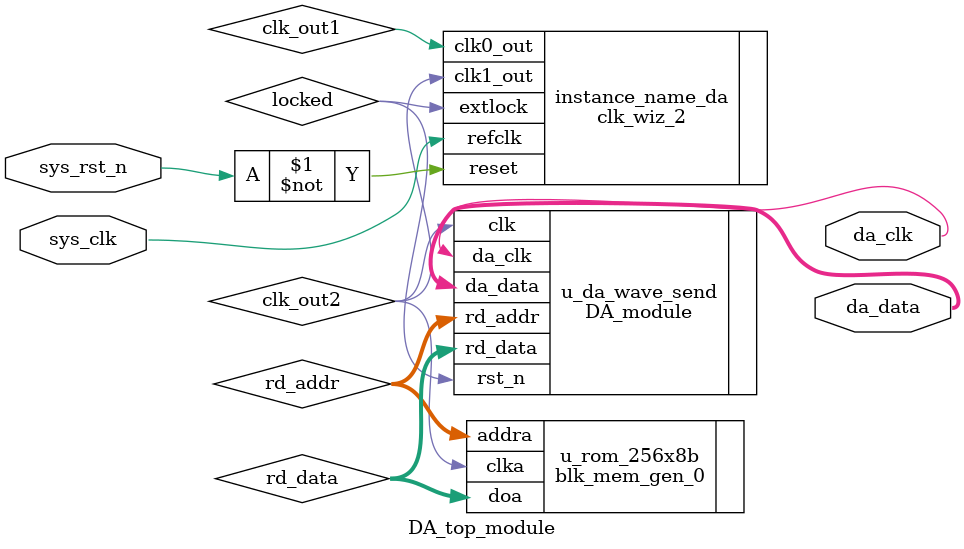
<source format=v>
`timescale 1ns / 1ps


module DA_top_module(
     input                 sys_clk     ,  //ÏµÍ³Ê±ÖÓ
     input                 sys_rst_n   ,  //ÏµÍ³¸´Î»£¬µÍµçÆ½ÓÐÐ§
     //DAÐ¾Æ¬½Ó¿Ú
     output                da_clk      ,  //DA(AD9708)Çý¶¯Ê±ÖÓ,×î´óÖ§³Ö125MhzÊ±ÖÓ
     output    [7:0]       da_data       //Êä³ö¸øDAµÄÊý¾Ý
 );
 
 //wire define 
 wire      [7:0]    rd_addr;              //ROM¶ÁµØÖ·fj
 wire      [7:0]    rd_data;              //ROM¶Á³öµÄÊý¾Ý
 //*****************************************************
 //**                    main code
 //*****************************************************
 
wire clk_out1;
wire locked;
 wire clk_out2;
 clk_wiz_2 instance_name_da
   (
    // Clock out ports
    .clk0_out(clk_out1),     // output clk_out1
    // Status and control signals
    .reset(~sys_rst_n), // input resetn
    .extlock(locked),       // output locked
   // Clock in ports
   .clk1_out(clk_out2),
    .refclk(sys_clk));      // input clk_in1
 
 //DAÊý¾Ý·¢ËÍ
 DA_module u_da_wave_send(
     .clk         (clk_out2), 
     .rst_n       (locked),
     .rd_data     (rd_data),
     .rd_addr     (rd_addr),
     .da_clk      (da_clk),  
     .da_data     (da_data)
     );
 
 //ROM´æ´¢²¨ÐÎ
 blk_mem_gen_0  u_rom_256x8b (
   .clka  (clk_out2),    // input wire clka
   .addra (rd_addr),    // input wire [7 : 0] addra
   .doa (rd_data)     // output wire [7 : 0] douta
 );
 

endmodule

</source>
